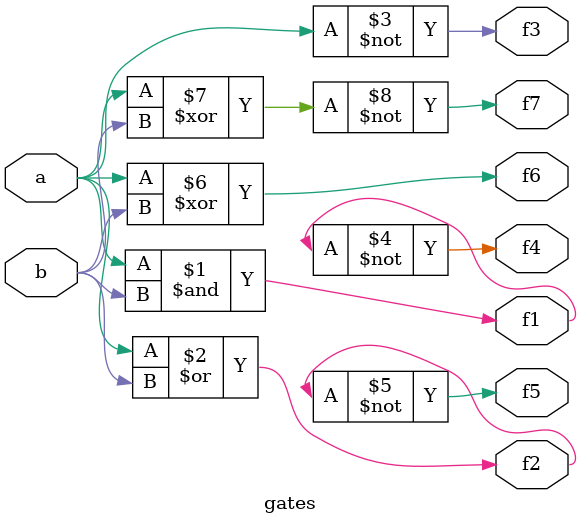
<source format=v>
module gates(a,b,f1,f2,f3,f4,f5,f6,f7);
input a,b;
output f1,f2,f3,f4,f5,f6,f7;
assign f1=a&b;
assign f2=a|b;
assign f3=~a;
assign f4=~f1;
assign f5=~f2;
assign f6=a^b;
assign f7=~(a^b);
endmodule
</source>
